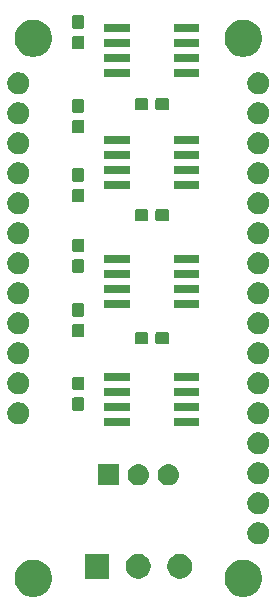
<source format=gbr>
G04 #@! TF.GenerationSoftware,KiCad,Pcbnew,5.0.2-bee76a0~70~ubuntu18.04.1*
G04 #@! TF.CreationDate,2019-09-12T15:25:54-07:00*
G04 #@! TF.ProjectId,potentiostat_featherwing,706f7465-6e74-4696-9f73-7461745f6665,rev?*
G04 #@! TF.SameCoordinates,Original*
G04 #@! TF.FileFunction,Soldermask,Top*
G04 #@! TF.FilePolarity,Negative*
%FSLAX46Y46*%
G04 Gerber Fmt 4.6, Leading zero omitted, Abs format (unit mm)*
G04 Created by KiCad (PCBNEW 5.0.2-bee76a0~70~ubuntu18.04.1) date Thu 12 Sep 2019 03:25:54 PM PDT*
%MOMM*%
%LPD*%
G01*
G04 APERTURE LIST*
%ADD10C,0.100000*%
G04 APERTURE END LIST*
D10*
G36*
X60149411Y-72145526D02*
X60268137Y-72194704D01*
X60436041Y-72264252D01*
X60694007Y-72436619D01*
X60913381Y-72655993D01*
X61085748Y-72913959D01*
X61204474Y-73200590D01*
X61265000Y-73504875D01*
X61265000Y-73815125D01*
X61204474Y-74119410D01*
X61085748Y-74406041D01*
X60913381Y-74664007D01*
X60694007Y-74883381D01*
X60436041Y-75055748D01*
X60268137Y-75125296D01*
X60149411Y-75174474D01*
X59845125Y-75235000D01*
X59534875Y-75235000D01*
X59230589Y-75174474D01*
X59111863Y-75125296D01*
X58943959Y-75055748D01*
X58685993Y-74883381D01*
X58466619Y-74664007D01*
X58294252Y-74406041D01*
X58175526Y-74119410D01*
X58115000Y-73815125D01*
X58115000Y-73504875D01*
X58175526Y-73200590D01*
X58294252Y-72913959D01*
X58466619Y-72655993D01*
X58685993Y-72436619D01*
X58943959Y-72264252D01*
X59111863Y-72194704D01*
X59230589Y-72145526D01*
X59534875Y-72085000D01*
X59845125Y-72085000D01*
X60149411Y-72145526D01*
X60149411Y-72145526D01*
G37*
G36*
X42369411Y-72145526D02*
X42488137Y-72194704D01*
X42656041Y-72264252D01*
X42914007Y-72436619D01*
X43133381Y-72655993D01*
X43305748Y-72913959D01*
X43424474Y-73200590D01*
X43485000Y-73504875D01*
X43485000Y-73815125D01*
X43424474Y-74119410D01*
X43305748Y-74406041D01*
X43133381Y-74664007D01*
X42914007Y-74883381D01*
X42656041Y-75055748D01*
X42488137Y-75125296D01*
X42369411Y-75174474D01*
X42065125Y-75235000D01*
X41754875Y-75235000D01*
X41450589Y-75174474D01*
X41331863Y-75125296D01*
X41163959Y-75055748D01*
X40905993Y-74883381D01*
X40686619Y-74664007D01*
X40514252Y-74406041D01*
X40395526Y-74119410D01*
X40335000Y-73815125D01*
X40335000Y-73504875D01*
X40395526Y-73200590D01*
X40514252Y-72913959D01*
X40686619Y-72655993D01*
X40905993Y-72436619D01*
X41163959Y-72264252D01*
X41331863Y-72194704D01*
X41450589Y-72145526D01*
X41754875Y-72085000D01*
X42065125Y-72085000D01*
X42369411Y-72145526D01*
X42369411Y-72145526D01*
G37*
G36*
X51106565Y-71633389D02*
X51297834Y-71712615D01*
X51469976Y-71827637D01*
X51616363Y-71974024D01*
X51731385Y-72146166D01*
X51810611Y-72337435D01*
X51851000Y-72540484D01*
X51851000Y-72747516D01*
X51810611Y-72950565D01*
X51731385Y-73141834D01*
X51616363Y-73313976D01*
X51469976Y-73460363D01*
X51297834Y-73575385D01*
X51106565Y-73654611D01*
X50903516Y-73695000D01*
X50696484Y-73695000D01*
X50493435Y-73654611D01*
X50302166Y-73575385D01*
X50130024Y-73460363D01*
X49983637Y-73313976D01*
X49868615Y-73141834D01*
X49789389Y-72950565D01*
X49749000Y-72747516D01*
X49749000Y-72540484D01*
X49789389Y-72337435D01*
X49868615Y-72146166D01*
X49983637Y-71974024D01*
X50130024Y-71827637D01*
X50302166Y-71712615D01*
X50493435Y-71633389D01*
X50696484Y-71593000D01*
X50903516Y-71593000D01*
X51106565Y-71633389D01*
X51106565Y-71633389D01*
G37*
G36*
X54606685Y-71633389D02*
X54797954Y-71712615D01*
X54970096Y-71827637D01*
X55116483Y-71974024D01*
X55231505Y-72146166D01*
X55310731Y-72337435D01*
X55351120Y-72540484D01*
X55351120Y-72747516D01*
X55310731Y-72950565D01*
X55231505Y-73141834D01*
X55116483Y-73313976D01*
X54970096Y-73460363D01*
X54797954Y-73575385D01*
X54606685Y-73654611D01*
X54403636Y-73695000D01*
X54196604Y-73695000D01*
X53993555Y-73654611D01*
X53802286Y-73575385D01*
X53630144Y-73460363D01*
X53483757Y-73313976D01*
X53368735Y-73141834D01*
X53289509Y-72950565D01*
X53249120Y-72747516D01*
X53249120Y-72540484D01*
X53289509Y-72337435D01*
X53368735Y-72146166D01*
X53483757Y-71974024D01*
X53630144Y-71827637D01*
X53802286Y-71712615D01*
X53993555Y-71633389D01*
X54196604Y-71593000D01*
X54403636Y-71593000D01*
X54606685Y-71633389D01*
X54606685Y-71633389D01*
G37*
G36*
X48350880Y-73695000D02*
X46248880Y-73695000D01*
X46248880Y-71593000D01*
X48350880Y-71593000D01*
X48350880Y-73695000D01*
X48350880Y-73695000D01*
G37*
G36*
X61234188Y-68946123D02*
X61405257Y-69016983D01*
X61559216Y-69119855D01*
X61690145Y-69250784D01*
X61793017Y-69404743D01*
X61863877Y-69575812D01*
X61900000Y-69757417D01*
X61900000Y-69942583D01*
X61863877Y-70124188D01*
X61793017Y-70295257D01*
X61690145Y-70449216D01*
X61559216Y-70580145D01*
X61405257Y-70683017D01*
X61234188Y-70753877D01*
X61052583Y-70790000D01*
X60867417Y-70790000D01*
X60685812Y-70753877D01*
X60514743Y-70683017D01*
X60360784Y-70580145D01*
X60229855Y-70449216D01*
X60126983Y-70295257D01*
X60056123Y-70124188D01*
X60020000Y-69942583D01*
X60020000Y-69757417D01*
X60056123Y-69575812D01*
X60126983Y-69404743D01*
X60229855Y-69250784D01*
X60360784Y-69119855D01*
X60514743Y-69016983D01*
X60685812Y-68946123D01*
X60867417Y-68910000D01*
X61052583Y-68910000D01*
X61234188Y-68946123D01*
X61234188Y-68946123D01*
G37*
G36*
X61234188Y-66406123D02*
X61405257Y-66476983D01*
X61559216Y-66579855D01*
X61690145Y-66710784D01*
X61793017Y-66864743D01*
X61863877Y-67035812D01*
X61900000Y-67217417D01*
X61900000Y-67402583D01*
X61863877Y-67584188D01*
X61793017Y-67755257D01*
X61690145Y-67909216D01*
X61559216Y-68040145D01*
X61405257Y-68143017D01*
X61234188Y-68213877D01*
X61052583Y-68250000D01*
X60867417Y-68250000D01*
X60685812Y-68213877D01*
X60514743Y-68143017D01*
X60360784Y-68040145D01*
X60229855Y-67909216D01*
X60126983Y-67755257D01*
X60056123Y-67584188D01*
X60020000Y-67402583D01*
X60020000Y-67217417D01*
X60056123Y-67035812D01*
X60126983Y-66864743D01*
X60229855Y-66710784D01*
X60360784Y-66579855D01*
X60514743Y-66476983D01*
X60685812Y-66406123D01*
X60867417Y-66370000D01*
X61052583Y-66370000D01*
X61234188Y-66406123D01*
X61234188Y-66406123D01*
G37*
G36*
X49161000Y-65798000D02*
X47359000Y-65798000D01*
X47359000Y-63996000D01*
X49161000Y-63996000D01*
X49161000Y-65798000D01*
X49161000Y-65798000D01*
G37*
G36*
X50910442Y-64002518D02*
X50976627Y-64009037D01*
X51089853Y-64043384D01*
X51146467Y-64060557D01*
X51285087Y-64134652D01*
X51302991Y-64144222D01*
X51335357Y-64170784D01*
X51440186Y-64256814D01*
X51523448Y-64358271D01*
X51552778Y-64394009D01*
X51552779Y-64394011D01*
X51636443Y-64550533D01*
X51636443Y-64550534D01*
X51687963Y-64720373D01*
X51705359Y-64897000D01*
X51687963Y-65073627D01*
X51653616Y-65186853D01*
X51636443Y-65243467D01*
X51569228Y-65369215D01*
X51552778Y-65399991D01*
X51523448Y-65435729D01*
X51440186Y-65537186D01*
X51338729Y-65620448D01*
X51302991Y-65649778D01*
X51302989Y-65649779D01*
X51146467Y-65733443D01*
X51089853Y-65750616D01*
X50976627Y-65784963D01*
X50910442Y-65791482D01*
X50844260Y-65798000D01*
X50755740Y-65798000D01*
X50689558Y-65791482D01*
X50623373Y-65784963D01*
X50510147Y-65750616D01*
X50453533Y-65733443D01*
X50297011Y-65649779D01*
X50297009Y-65649778D01*
X50261271Y-65620448D01*
X50159814Y-65537186D01*
X50076552Y-65435729D01*
X50047222Y-65399991D01*
X50030772Y-65369215D01*
X49963557Y-65243467D01*
X49946384Y-65186853D01*
X49912037Y-65073627D01*
X49894641Y-64897000D01*
X49912037Y-64720373D01*
X49963557Y-64550534D01*
X49963557Y-64550533D01*
X50047221Y-64394011D01*
X50047222Y-64394009D01*
X50076552Y-64358271D01*
X50159814Y-64256814D01*
X50264643Y-64170784D01*
X50297009Y-64144222D01*
X50314913Y-64134652D01*
X50453533Y-64060557D01*
X50510147Y-64043384D01*
X50623373Y-64009037D01*
X50689558Y-64002518D01*
X50755740Y-63996000D01*
X50844260Y-63996000D01*
X50910442Y-64002518D01*
X50910442Y-64002518D01*
G37*
G36*
X53450442Y-64002518D02*
X53516627Y-64009037D01*
X53629853Y-64043384D01*
X53686467Y-64060557D01*
X53825087Y-64134652D01*
X53842991Y-64144222D01*
X53875357Y-64170784D01*
X53980186Y-64256814D01*
X54063448Y-64358271D01*
X54092778Y-64394009D01*
X54092779Y-64394011D01*
X54176443Y-64550533D01*
X54176443Y-64550534D01*
X54227963Y-64720373D01*
X54245359Y-64897000D01*
X54227963Y-65073627D01*
X54193616Y-65186853D01*
X54176443Y-65243467D01*
X54109228Y-65369215D01*
X54092778Y-65399991D01*
X54063448Y-65435729D01*
X53980186Y-65537186D01*
X53878729Y-65620448D01*
X53842991Y-65649778D01*
X53842989Y-65649779D01*
X53686467Y-65733443D01*
X53629853Y-65750616D01*
X53516627Y-65784963D01*
X53450442Y-65791482D01*
X53384260Y-65798000D01*
X53295740Y-65798000D01*
X53229558Y-65791482D01*
X53163373Y-65784963D01*
X53050147Y-65750616D01*
X52993533Y-65733443D01*
X52837011Y-65649779D01*
X52837009Y-65649778D01*
X52801271Y-65620448D01*
X52699814Y-65537186D01*
X52616552Y-65435729D01*
X52587222Y-65399991D01*
X52570772Y-65369215D01*
X52503557Y-65243467D01*
X52486384Y-65186853D01*
X52452037Y-65073627D01*
X52434641Y-64897000D01*
X52452037Y-64720373D01*
X52503557Y-64550534D01*
X52503557Y-64550533D01*
X52587221Y-64394011D01*
X52587222Y-64394009D01*
X52616552Y-64358271D01*
X52699814Y-64256814D01*
X52804643Y-64170784D01*
X52837009Y-64144222D01*
X52854913Y-64134652D01*
X52993533Y-64060557D01*
X53050147Y-64043384D01*
X53163373Y-64009037D01*
X53229558Y-64002518D01*
X53295740Y-63996000D01*
X53384260Y-63996000D01*
X53450442Y-64002518D01*
X53450442Y-64002518D01*
G37*
G36*
X61234188Y-63866123D02*
X61405257Y-63936983D01*
X61559216Y-64039855D01*
X61690145Y-64170784D01*
X61793017Y-64324743D01*
X61863877Y-64495812D01*
X61900000Y-64677417D01*
X61900000Y-64862583D01*
X61863877Y-65044188D01*
X61793017Y-65215257D01*
X61690145Y-65369216D01*
X61559216Y-65500145D01*
X61405257Y-65603017D01*
X61234188Y-65673877D01*
X61052583Y-65710000D01*
X60867417Y-65710000D01*
X60685812Y-65673877D01*
X60514743Y-65603017D01*
X60360784Y-65500145D01*
X60229855Y-65369216D01*
X60126983Y-65215257D01*
X60056123Y-65044188D01*
X60020000Y-64862583D01*
X60020000Y-64677417D01*
X60056123Y-64495812D01*
X60126983Y-64324743D01*
X60229855Y-64170784D01*
X60360784Y-64039855D01*
X60514743Y-63936983D01*
X60685812Y-63866123D01*
X60867417Y-63830000D01*
X61052583Y-63830000D01*
X61234188Y-63866123D01*
X61234188Y-63866123D01*
G37*
G36*
X61234188Y-61326123D02*
X61405257Y-61396983D01*
X61559216Y-61499855D01*
X61690145Y-61630784D01*
X61793017Y-61784743D01*
X61863877Y-61955812D01*
X61900000Y-62137417D01*
X61900000Y-62322583D01*
X61863877Y-62504188D01*
X61793017Y-62675257D01*
X61690145Y-62829216D01*
X61559216Y-62960145D01*
X61405257Y-63063017D01*
X61234188Y-63133877D01*
X61052583Y-63170000D01*
X60867417Y-63170000D01*
X60685812Y-63133877D01*
X60514743Y-63063017D01*
X60360784Y-62960145D01*
X60229855Y-62829216D01*
X60126983Y-62675257D01*
X60056123Y-62504188D01*
X60020000Y-62322583D01*
X60020000Y-62137417D01*
X60056123Y-61955812D01*
X60126983Y-61784743D01*
X60229855Y-61630784D01*
X60360784Y-61499855D01*
X60514743Y-61396983D01*
X60685812Y-61326123D01*
X60867417Y-61290000D01*
X61052583Y-61290000D01*
X61234188Y-61326123D01*
X61234188Y-61326123D01*
G37*
G36*
X55977000Y-60803000D02*
X53817000Y-60803000D01*
X53817000Y-60101000D01*
X55977000Y-60101000D01*
X55977000Y-60803000D01*
X55977000Y-60803000D01*
G37*
G36*
X50069000Y-60803000D02*
X47909000Y-60803000D01*
X47909000Y-60101000D01*
X50069000Y-60101000D01*
X50069000Y-60803000D01*
X50069000Y-60803000D01*
G37*
G36*
X61234188Y-58786123D02*
X61405257Y-58856983D01*
X61559216Y-58959855D01*
X61690145Y-59090784D01*
X61793017Y-59244743D01*
X61863877Y-59415812D01*
X61900000Y-59597417D01*
X61900000Y-59782583D01*
X61863877Y-59964188D01*
X61793017Y-60135257D01*
X61690145Y-60289216D01*
X61559216Y-60420145D01*
X61405257Y-60523017D01*
X61234188Y-60593877D01*
X61052583Y-60630000D01*
X60867417Y-60630000D01*
X60685812Y-60593877D01*
X60514743Y-60523017D01*
X60360784Y-60420145D01*
X60229855Y-60289216D01*
X60126983Y-60135257D01*
X60056123Y-59964188D01*
X60020000Y-59782583D01*
X60020000Y-59597417D01*
X60056123Y-59415812D01*
X60126983Y-59244743D01*
X60229855Y-59090784D01*
X60360784Y-58959855D01*
X60514743Y-58856983D01*
X60685812Y-58786123D01*
X60867417Y-58750000D01*
X61052583Y-58750000D01*
X61234188Y-58786123D01*
X61234188Y-58786123D01*
G37*
G36*
X40914188Y-58786123D02*
X41085257Y-58856983D01*
X41239216Y-58959855D01*
X41370145Y-59090784D01*
X41473017Y-59244743D01*
X41543877Y-59415812D01*
X41580000Y-59597417D01*
X41580000Y-59782583D01*
X41543877Y-59964188D01*
X41473017Y-60135257D01*
X41370145Y-60289216D01*
X41239216Y-60420145D01*
X41085257Y-60523017D01*
X40914188Y-60593877D01*
X40732583Y-60630000D01*
X40547417Y-60630000D01*
X40365812Y-60593877D01*
X40194743Y-60523017D01*
X40040784Y-60420145D01*
X39909855Y-60289216D01*
X39806983Y-60135257D01*
X39736123Y-59964188D01*
X39700000Y-59782583D01*
X39700000Y-59597417D01*
X39736123Y-59415812D01*
X39806983Y-59244743D01*
X39909855Y-59090784D01*
X40040784Y-58959855D01*
X40194743Y-58856983D01*
X40365812Y-58786123D01*
X40547417Y-58750000D01*
X40732583Y-58750000D01*
X40914188Y-58786123D01*
X40914188Y-58786123D01*
G37*
G36*
X55977000Y-59533000D02*
X53817000Y-59533000D01*
X53817000Y-58831000D01*
X55977000Y-58831000D01*
X55977000Y-59533000D01*
X55977000Y-59533000D01*
G37*
G36*
X50069000Y-59533000D02*
X47909000Y-59533000D01*
X47909000Y-58831000D01*
X50069000Y-58831000D01*
X50069000Y-59533000D01*
X50069000Y-59533000D01*
G37*
G36*
X46084499Y-58342445D02*
X46121993Y-58353819D01*
X46156557Y-58372294D01*
X46186847Y-58397153D01*
X46211706Y-58427443D01*
X46230181Y-58462007D01*
X46241555Y-58499501D01*
X46246000Y-58544638D01*
X46246000Y-59283362D01*
X46241555Y-59328499D01*
X46230181Y-59365993D01*
X46211706Y-59400557D01*
X46186847Y-59430847D01*
X46156557Y-59455706D01*
X46121993Y-59474181D01*
X46084499Y-59485555D01*
X46039362Y-59490000D01*
X45400638Y-59490000D01*
X45355501Y-59485555D01*
X45318007Y-59474181D01*
X45283443Y-59455706D01*
X45253153Y-59430847D01*
X45228294Y-59400557D01*
X45209819Y-59365993D01*
X45198445Y-59328499D01*
X45194000Y-59283362D01*
X45194000Y-58544638D01*
X45198445Y-58499501D01*
X45209819Y-58462007D01*
X45228294Y-58427443D01*
X45253153Y-58397153D01*
X45283443Y-58372294D01*
X45318007Y-58353819D01*
X45355501Y-58342445D01*
X45400638Y-58338000D01*
X46039362Y-58338000D01*
X46084499Y-58342445D01*
X46084499Y-58342445D01*
G37*
G36*
X55977000Y-58263000D02*
X53817000Y-58263000D01*
X53817000Y-57561000D01*
X55977000Y-57561000D01*
X55977000Y-58263000D01*
X55977000Y-58263000D01*
G37*
G36*
X50069000Y-58263000D02*
X47909000Y-58263000D01*
X47909000Y-57561000D01*
X50069000Y-57561000D01*
X50069000Y-58263000D01*
X50069000Y-58263000D01*
G37*
G36*
X40914188Y-56246123D02*
X41085257Y-56316983D01*
X41239216Y-56419855D01*
X41370145Y-56550784D01*
X41473017Y-56704743D01*
X41543877Y-56875812D01*
X41580000Y-57057417D01*
X41580000Y-57242583D01*
X41543877Y-57424188D01*
X41473017Y-57595257D01*
X41370145Y-57749216D01*
X41239216Y-57880145D01*
X41085257Y-57983017D01*
X40914188Y-58053877D01*
X40732583Y-58090000D01*
X40547417Y-58090000D01*
X40365812Y-58053877D01*
X40194743Y-57983017D01*
X40040784Y-57880145D01*
X39909855Y-57749216D01*
X39806983Y-57595257D01*
X39736123Y-57424188D01*
X39700000Y-57242583D01*
X39700000Y-57057417D01*
X39736123Y-56875812D01*
X39806983Y-56704743D01*
X39909855Y-56550784D01*
X40040784Y-56419855D01*
X40194743Y-56316983D01*
X40365812Y-56246123D01*
X40547417Y-56210000D01*
X40732583Y-56210000D01*
X40914188Y-56246123D01*
X40914188Y-56246123D01*
G37*
G36*
X61234188Y-56246123D02*
X61405257Y-56316983D01*
X61559216Y-56419855D01*
X61690145Y-56550784D01*
X61793017Y-56704743D01*
X61863877Y-56875812D01*
X61900000Y-57057417D01*
X61900000Y-57242583D01*
X61863877Y-57424188D01*
X61793017Y-57595257D01*
X61690145Y-57749216D01*
X61559216Y-57880145D01*
X61405257Y-57983017D01*
X61234188Y-58053877D01*
X61052583Y-58090000D01*
X60867417Y-58090000D01*
X60685812Y-58053877D01*
X60514743Y-57983017D01*
X60360784Y-57880145D01*
X60229855Y-57749216D01*
X60126983Y-57595257D01*
X60056123Y-57424188D01*
X60020000Y-57242583D01*
X60020000Y-57057417D01*
X60056123Y-56875812D01*
X60126983Y-56704743D01*
X60229855Y-56550784D01*
X60360784Y-56419855D01*
X60514743Y-56316983D01*
X60685812Y-56246123D01*
X60867417Y-56210000D01*
X61052583Y-56210000D01*
X61234188Y-56246123D01*
X61234188Y-56246123D01*
G37*
G36*
X46084499Y-56592445D02*
X46121993Y-56603819D01*
X46156557Y-56622294D01*
X46186847Y-56647153D01*
X46211706Y-56677443D01*
X46230181Y-56712007D01*
X46241555Y-56749501D01*
X46246000Y-56794638D01*
X46246000Y-57533362D01*
X46241555Y-57578499D01*
X46230181Y-57615993D01*
X46211706Y-57650557D01*
X46186847Y-57680847D01*
X46156557Y-57705706D01*
X46121993Y-57724181D01*
X46084499Y-57735555D01*
X46039362Y-57740000D01*
X45400638Y-57740000D01*
X45355501Y-57735555D01*
X45318007Y-57724181D01*
X45283443Y-57705706D01*
X45253153Y-57680847D01*
X45228294Y-57650557D01*
X45209819Y-57615993D01*
X45198445Y-57578499D01*
X45194000Y-57533362D01*
X45194000Y-56794638D01*
X45198445Y-56749501D01*
X45209819Y-56712007D01*
X45228294Y-56677443D01*
X45253153Y-56647153D01*
X45283443Y-56622294D01*
X45318007Y-56603819D01*
X45355501Y-56592445D01*
X45400638Y-56588000D01*
X46039362Y-56588000D01*
X46084499Y-56592445D01*
X46084499Y-56592445D01*
G37*
G36*
X55977000Y-56993000D02*
X53817000Y-56993000D01*
X53817000Y-56291000D01*
X55977000Y-56291000D01*
X55977000Y-56993000D01*
X55977000Y-56993000D01*
G37*
G36*
X50069000Y-56993000D02*
X47909000Y-56993000D01*
X47909000Y-56291000D01*
X50069000Y-56291000D01*
X50069000Y-56993000D01*
X50069000Y-56993000D01*
G37*
G36*
X40914188Y-53706123D02*
X41085257Y-53776983D01*
X41239216Y-53879855D01*
X41370145Y-54010784D01*
X41473017Y-54164743D01*
X41543877Y-54335812D01*
X41580000Y-54517417D01*
X41580000Y-54702583D01*
X41543877Y-54884188D01*
X41473017Y-55055257D01*
X41370145Y-55209216D01*
X41239216Y-55340145D01*
X41085257Y-55443017D01*
X40914188Y-55513877D01*
X40732583Y-55550000D01*
X40547417Y-55550000D01*
X40365812Y-55513877D01*
X40194743Y-55443017D01*
X40040784Y-55340145D01*
X39909855Y-55209216D01*
X39806983Y-55055257D01*
X39736123Y-54884188D01*
X39700000Y-54702583D01*
X39700000Y-54517417D01*
X39736123Y-54335812D01*
X39806983Y-54164743D01*
X39909855Y-54010784D01*
X40040784Y-53879855D01*
X40194743Y-53776983D01*
X40365812Y-53706123D01*
X40547417Y-53670000D01*
X40732583Y-53670000D01*
X40914188Y-53706123D01*
X40914188Y-53706123D01*
G37*
G36*
X61234188Y-53706123D02*
X61405257Y-53776983D01*
X61559216Y-53879855D01*
X61690145Y-54010784D01*
X61793017Y-54164743D01*
X61863877Y-54335812D01*
X61900000Y-54517417D01*
X61900000Y-54702583D01*
X61863877Y-54884188D01*
X61793017Y-55055257D01*
X61690145Y-55209216D01*
X61559216Y-55340145D01*
X61405257Y-55443017D01*
X61234188Y-55513877D01*
X61052583Y-55550000D01*
X60867417Y-55550000D01*
X60685812Y-55513877D01*
X60514743Y-55443017D01*
X60360784Y-55340145D01*
X60229855Y-55209216D01*
X60126983Y-55055257D01*
X60056123Y-54884188D01*
X60020000Y-54702583D01*
X60020000Y-54517417D01*
X60056123Y-54335812D01*
X60126983Y-54164743D01*
X60229855Y-54010784D01*
X60360784Y-53879855D01*
X60514743Y-53776983D01*
X60685812Y-53706123D01*
X60867417Y-53670000D01*
X61052583Y-53670000D01*
X61234188Y-53706123D01*
X61234188Y-53706123D01*
G37*
G36*
X51482499Y-52818445D02*
X51519993Y-52829819D01*
X51554557Y-52848294D01*
X51584847Y-52873153D01*
X51609706Y-52903443D01*
X51628181Y-52938007D01*
X51639555Y-52975501D01*
X51644000Y-53020638D01*
X51644000Y-53659362D01*
X51639555Y-53704499D01*
X51628181Y-53741993D01*
X51609706Y-53776557D01*
X51584847Y-53806847D01*
X51554557Y-53831706D01*
X51519993Y-53850181D01*
X51482499Y-53861555D01*
X51437362Y-53866000D01*
X50698638Y-53866000D01*
X50653501Y-53861555D01*
X50616007Y-53850181D01*
X50581443Y-53831706D01*
X50551153Y-53806847D01*
X50526294Y-53776557D01*
X50507819Y-53741993D01*
X50496445Y-53704499D01*
X50492000Y-53659362D01*
X50492000Y-53020638D01*
X50496445Y-52975501D01*
X50507819Y-52938007D01*
X50526294Y-52903443D01*
X50551153Y-52873153D01*
X50581443Y-52848294D01*
X50616007Y-52829819D01*
X50653501Y-52818445D01*
X50698638Y-52814000D01*
X51437362Y-52814000D01*
X51482499Y-52818445D01*
X51482499Y-52818445D01*
G37*
G36*
X53232499Y-52818445D02*
X53269993Y-52829819D01*
X53304557Y-52848294D01*
X53334847Y-52873153D01*
X53359706Y-52903443D01*
X53378181Y-52938007D01*
X53389555Y-52975501D01*
X53394000Y-53020638D01*
X53394000Y-53659362D01*
X53389555Y-53704499D01*
X53378181Y-53741993D01*
X53359706Y-53776557D01*
X53334847Y-53806847D01*
X53304557Y-53831706D01*
X53269993Y-53850181D01*
X53232499Y-53861555D01*
X53187362Y-53866000D01*
X52448638Y-53866000D01*
X52403501Y-53861555D01*
X52366007Y-53850181D01*
X52331443Y-53831706D01*
X52301153Y-53806847D01*
X52276294Y-53776557D01*
X52257819Y-53741993D01*
X52246445Y-53704499D01*
X52242000Y-53659362D01*
X52242000Y-53020638D01*
X52246445Y-52975501D01*
X52257819Y-52938007D01*
X52276294Y-52903443D01*
X52301153Y-52873153D01*
X52331443Y-52848294D01*
X52366007Y-52829819D01*
X52403501Y-52818445D01*
X52448638Y-52814000D01*
X53187362Y-52814000D01*
X53232499Y-52818445D01*
X53232499Y-52818445D01*
G37*
G36*
X46084499Y-52119445D02*
X46121993Y-52130819D01*
X46156557Y-52149294D01*
X46186847Y-52174153D01*
X46211706Y-52204443D01*
X46230181Y-52239007D01*
X46241555Y-52276501D01*
X46246000Y-52321638D01*
X46246000Y-53060362D01*
X46241555Y-53105499D01*
X46230181Y-53142993D01*
X46211706Y-53177557D01*
X46186847Y-53207847D01*
X46156557Y-53232706D01*
X46121993Y-53251181D01*
X46084499Y-53262555D01*
X46039362Y-53267000D01*
X45400638Y-53267000D01*
X45355501Y-53262555D01*
X45318007Y-53251181D01*
X45283443Y-53232706D01*
X45253153Y-53207847D01*
X45228294Y-53177557D01*
X45209819Y-53142993D01*
X45198445Y-53105499D01*
X45194000Y-53060362D01*
X45194000Y-52321638D01*
X45198445Y-52276501D01*
X45209819Y-52239007D01*
X45228294Y-52204443D01*
X45253153Y-52174153D01*
X45283443Y-52149294D01*
X45318007Y-52130819D01*
X45355501Y-52119445D01*
X45400638Y-52115000D01*
X46039362Y-52115000D01*
X46084499Y-52119445D01*
X46084499Y-52119445D01*
G37*
G36*
X40914188Y-51166123D02*
X41085257Y-51236983D01*
X41239216Y-51339855D01*
X41370145Y-51470784D01*
X41473017Y-51624743D01*
X41543877Y-51795812D01*
X41580000Y-51977417D01*
X41580000Y-52162583D01*
X41543877Y-52344188D01*
X41473017Y-52515257D01*
X41370145Y-52669216D01*
X41239216Y-52800145D01*
X41085257Y-52903017D01*
X40914188Y-52973877D01*
X40732583Y-53010000D01*
X40547417Y-53010000D01*
X40365812Y-52973877D01*
X40194743Y-52903017D01*
X40040784Y-52800145D01*
X39909855Y-52669216D01*
X39806983Y-52515257D01*
X39736123Y-52344188D01*
X39700000Y-52162583D01*
X39700000Y-51977417D01*
X39736123Y-51795812D01*
X39806983Y-51624743D01*
X39909855Y-51470784D01*
X40040784Y-51339855D01*
X40194743Y-51236983D01*
X40365812Y-51166123D01*
X40547417Y-51130000D01*
X40732583Y-51130000D01*
X40914188Y-51166123D01*
X40914188Y-51166123D01*
G37*
G36*
X61234188Y-51166123D02*
X61405257Y-51236983D01*
X61559216Y-51339855D01*
X61690145Y-51470784D01*
X61793017Y-51624743D01*
X61863877Y-51795812D01*
X61900000Y-51977417D01*
X61900000Y-52162583D01*
X61863877Y-52344188D01*
X61793017Y-52515257D01*
X61690145Y-52669216D01*
X61559216Y-52800145D01*
X61405257Y-52903017D01*
X61234188Y-52973877D01*
X61052583Y-53010000D01*
X60867417Y-53010000D01*
X60685812Y-52973877D01*
X60514743Y-52903017D01*
X60360784Y-52800145D01*
X60229855Y-52669216D01*
X60126983Y-52515257D01*
X60056123Y-52344188D01*
X60020000Y-52162583D01*
X60020000Y-51977417D01*
X60056123Y-51795812D01*
X60126983Y-51624743D01*
X60229855Y-51470784D01*
X60360784Y-51339855D01*
X60514743Y-51236983D01*
X60685812Y-51166123D01*
X60867417Y-51130000D01*
X61052583Y-51130000D01*
X61234188Y-51166123D01*
X61234188Y-51166123D01*
G37*
G36*
X46084499Y-50369445D02*
X46121993Y-50380819D01*
X46156557Y-50399294D01*
X46186847Y-50424153D01*
X46211706Y-50454443D01*
X46230181Y-50489007D01*
X46241555Y-50526501D01*
X46246000Y-50571638D01*
X46246000Y-51310362D01*
X46241555Y-51355499D01*
X46230181Y-51392993D01*
X46211706Y-51427557D01*
X46186847Y-51457847D01*
X46156557Y-51482706D01*
X46121993Y-51501181D01*
X46084499Y-51512555D01*
X46039362Y-51517000D01*
X45400638Y-51517000D01*
X45355501Y-51512555D01*
X45318007Y-51501181D01*
X45283443Y-51482706D01*
X45253153Y-51457847D01*
X45228294Y-51427557D01*
X45209819Y-51392993D01*
X45198445Y-51355499D01*
X45194000Y-51310362D01*
X45194000Y-50571638D01*
X45198445Y-50526501D01*
X45209819Y-50489007D01*
X45228294Y-50454443D01*
X45253153Y-50424153D01*
X45283443Y-50399294D01*
X45318007Y-50380819D01*
X45355501Y-50369445D01*
X45400638Y-50365000D01*
X46039362Y-50365000D01*
X46084499Y-50369445D01*
X46084499Y-50369445D01*
G37*
G36*
X55977000Y-50770000D02*
X53817000Y-50770000D01*
X53817000Y-50068000D01*
X55977000Y-50068000D01*
X55977000Y-50770000D01*
X55977000Y-50770000D01*
G37*
G36*
X50069000Y-50770000D02*
X47909000Y-50770000D01*
X47909000Y-50068000D01*
X50069000Y-50068000D01*
X50069000Y-50770000D01*
X50069000Y-50770000D01*
G37*
G36*
X40914188Y-48626123D02*
X41085257Y-48696983D01*
X41239216Y-48799855D01*
X41370145Y-48930784D01*
X41473017Y-49084743D01*
X41543877Y-49255812D01*
X41580000Y-49437417D01*
X41580000Y-49622583D01*
X41543877Y-49804188D01*
X41473017Y-49975257D01*
X41370145Y-50129216D01*
X41239216Y-50260145D01*
X41085257Y-50363017D01*
X40914188Y-50433877D01*
X40732583Y-50470000D01*
X40547417Y-50470000D01*
X40365812Y-50433877D01*
X40194743Y-50363017D01*
X40040784Y-50260145D01*
X39909855Y-50129216D01*
X39806983Y-49975257D01*
X39736123Y-49804188D01*
X39700000Y-49622583D01*
X39700000Y-49437417D01*
X39736123Y-49255812D01*
X39806983Y-49084743D01*
X39909855Y-48930784D01*
X40040784Y-48799855D01*
X40194743Y-48696983D01*
X40365812Y-48626123D01*
X40547417Y-48590000D01*
X40732583Y-48590000D01*
X40914188Y-48626123D01*
X40914188Y-48626123D01*
G37*
G36*
X61234188Y-48626123D02*
X61405257Y-48696983D01*
X61559216Y-48799855D01*
X61690145Y-48930784D01*
X61793017Y-49084743D01*
X61863877Y-49255812D01*
X61900000Y-49437417D01*
X61900000Y-49622583D01*
X61863877Y-49804188D01*
X61793017Y-49975257D01*
X61690145Y-50129216D01*
X61559216Y-50260145D01*
X61405257Y-50363017D01*
X61234188Y-50433877D01*
X61052583Y-50470000D01*
X60867417Y-50470000D01*
X60685812Y-50433877D01*
X60514743Y-50363017D01*
X60360784Y-50260145D01*
X60229855Y-50129216D01*
X60126983Y-49975257D01*
X60056123Y-49804188D01*
X60020000Y-49622583D01*
X60020000Y-49437417D01*
X60056123Y-49255812D01*
X60126983Y-49084743D01*
X60229855Y-48930784D01*
X60360784Y-48799855D01*
X60514743Y-48696983D01*
X60685812Y-48626123D01*
X60867417Y-48590000D01*
X61052583Y-48590000D01*
X61234188Y-48626123D01*
X61234188Y-48626123D01*
G37*
G36*
X55977000Y-49500000D02*
X53817000Y-49500000D01*
X53817000Y-48798000D01*
X55977000Y-48798000D01*
X55977000Y-49500000D01*
X55977000Y-49500000D01*
G37*
G36*
X50069000Y-49500000D02*
X47909000Y-49500000D01*
X47909000Y-48798000D01*
X50069000Y-48798000D01*
X50069000Y-49500000D01*
X50069000Y-49500000D01*
G37*
G36*
X50069000Y-48230000D02*
X47909000Y-48230000D01*
X47909000Y-47528000D01*
X50069000Y-47528000D01*
X50069000Y-48230000D01*
X50069000Y-48230000D01*
G37*
G36*
X55977000Y-48230000D02*
X53817000Y-48230000D01*
X53817000Y-47528000D01*
X55977000Y-47528000D01*
X55977000Y-48230000D01*
X55977000Y-48230000D01*
G37*
G36*
X40914188Y-46086123D02*
X41085257Y-46156983D01*
X41239216Y-46259855D01*
X41370145Y-46390784D01*
X41473017Y-46544743D01*
X41543877Y-46715812D01*
X41580000Y-46897417D01*
X41580000Y-47082583D01*
X41543877Y-47264188D01*
X41473017Y-47435257D01*
X41370145Y-47589216D01*
X41239216Y-47720145D01*
X41085257Y-47823017D01*
X40914188Y-47893877D01*
X40732583Y-47930000D01*
X40547417Y-47930000D01*
X40365812Y-47893877D01*
X40194743Y-47823017D01*
X40040784Y-47720145D01*
X39909855Y-47589216D01*
X39806983Y-47435257D01*
X39736123Y-47264188D01*
X39700000Y-47082583D01*
X39700000Y-46897417D01*
X39736123Y-46715812D01*
X39806983Y-46544743D01*
X39909855Y-46390784D01*
X40040784Y-46259855D01*
X40194743Y-46156983D01*
X40365812Y-46086123D01*
X40547417Y-46050000D01*
X40732583Y-46050000D01*
X40914188Y-46086123D01*
X40914188Y-46086123D01*
G37*
G36*
X61234188Y-46086123D02*
X61405257Y-46156983D01*
X61559216Y-46259855D01*
X61690145Y-46390784D01*
X61793017Y-46544743D01*
X61863877Y-46715812D01*
X61900000Y-46897417D01*
X61900000Y-47082583D01*
X61863877Y-47264188D01*
X61793017Y-47435257D01*
X61690145Y-47589216D01*
X61559216Y-47720145D01*
X61405257Y-47823017D01*
X61234188Y-47893877D01*
X61052583Y-47930000D01*
X60867417Y-47930000D01*
X60685812Y-47893877D01*
X60514743Y-47823017D01*
X60360784Y-47720145D01*
X60229855Y-47589216D01*
X60126983Y-47435257D01*
X60056123Y-47264188D01*
X60020000Y-47082583D01*
X60020000Y-46897417D01*
X60056123Y-46715812D01*
X60126983Y-46544743D01*
X60229855Y-46390784D01*
X60360784Y-46259855D01*
X60514743Y-46156983D01*
X60685812Y-46086123D01*
X60867417Y-46050000D01*
X61052583Y-46050000D01*
X61234188Y-46086123D01*
X61234188Y-46086123D01*
G37*
G36*
X46084499Y-46658445D02*
X46121993Y-46669819D01*
X46156557Y-46688294D01*
X46186847Y-46713153D01*
X46211706Y-46743443D01*
X46230181Y-46778007D01*
X46241555Y-46815501D01*
X46246000Y-46860638D01*
X46246000Y-47599362D01*
X46241555Y-47644499D01*
X46230181Y-47681993D01*
X46211706Y-47716557D01*
X46186847Y-47746847D01*
X46156557Y-47771706D01*
X46121993Y-47790181D01*
X46084499Y-47801555D01*
X46039362Y-47806000D01*
X45400638Y-47806000D01*
X45355501Y-47801555D01*
X45318007Y-47790181D01*
X45283443Y-47771706D01*
X45253153Y-47746847D01*
X45228294Y-47716557D01*
X45209819Y-47681993D01*
X45198445Y-47644499D01*
X45194000Y-47599362D01*
X45194000Y-46860638D01*
X45198445Y-46815501D01*
X45209819Y-46778007D01*
X45228294Y-46743443D01*
X45253153Y-46713153D01*
X45283443Y-46688294D01*
X45318007Y-46669819D01*
X45355501Y-46658445D01*
X45400638Y-46654000D01*
X46039362Y-46654000D01*
X46084499Y-46658445D01*
X46084499Y-46658445D01*
G37*
G36*
X50069000Y-46960000D02*
X47909000Y-46960000D01*
X47909000Y-46258000D01*
X50069000Y-46258000D01*
X50069000Y-46960000D01*
X50069000Y-46960000D01*
G37*
G36*
X55977000Y-46960000D02*
X53817000Y-46960000D01*
X53817000Y-46258000D01*
X55977000Y-46258000D01*
X55977000Y-46960000D01*
X55977000Y-46960000D01*
G37*
G36*
X46084499Y-44908445D02*
X46121993Y-44919819D01*
X46156557Y-44938294D01*
X46186847Y-44963153D01*
X46211706Y-44993443D01*
X46230181Y-45028007D01*
X46241555Y-45065501D01*
X46246000Y-45110638D01*
X46246000Y-45849362D01*
X46241555Y-45894499D01*
X46230181Y-45931993D01*
X46211706Y-45966557D01*
X46186847Y-45996847D01*
X46156557Y-46021706D01*
X46121993Y-46040181D01*
X46084499Y-46051555D01*
X46039362Y-46056000D01*
X45400638Y-46056000D01*
X45355501Y-46051555D01*
X45318007Y-46040181D01*
X45283443Y-46021706D01*
X45253153Y-45996847D01*
X45228294Y-45966557D01*
X45209819Y-45931993D01*
X45198445Y-45894499D01*
X45194000Y-45849362D01*
X45194000Y-45110638D01*
X45198445Y-45065501D01*
X45209819Y-45028007D01*
X45228294Y-44993443D01*
X45253153Y-44963153D01*
X45283443Y-44938294D01*
X45318007Y-44919819D01*
X45355501Y-44908445D01*
X45400638Y-44904000D01*
X46039362Y-44904000D01*
X46084499Y-44908445D01*
X46084499Y-44908445D01*
G37*
G36*
X61234188Y-43546123D02*
X61405257Y-43616983D01*
X61559216Y-43719855D01*
X61690145Y-43850784D01*
X61793017Y-44004743D01*
X61863877Y-44175812D01*
X61900000Y-44357417D01*
X61900000Y-44542583D01*
X61863877Y-44724188D01*
X61793017Y-44895257D01*
X61690145Y-45049216D01*
X61559216Y-45180145D01*
X61405257Y-45283017D01*
X61234188Y-45353877D01*
X61052583Y-45390000D01*
X60867417Y-45390000D01*
X60685812Y-45353877D01*
X60514743Y-45283017D01*
X60360784Y-45180145D01*
X60229855Y-45049216D01*
X60126983Y-44895257D01*
X60056123Y-44724188D01*
X60020000Y-44542583D01*
X60020000Y-44357417D01*
X60056123Y-44175812D01*
X60126983Y-44004743D01*
X60229855Y-43850784D01*
X60360784Y-43719855D01*
X60514743Y-43616983D01*
X60685812Y-43546123D01*
X60867417Y-43510000D01*
X61052583Y-43510000D01*
X61234188Y-43546123D01*
X61234188Y-43546123D01*
G37*
G36*
X40914188Y-43546123D02*
X41085257Y-43616983D01*
X41239216Y-43719855D01*
X41370145Y-43850784D01*
X41473017Y-44004743D01*
X41543877Y-44175812D01*
X41580000Y-44357417D01*
X41580000Y-44542583D01*
X41543877Y-44724188D01*
X41473017Y-44895257D01*
X41370145Y-45049216D01*
X41239216Y-45180145D01*
X41085257Y-45283017D01*
X40914188Y-45353877D01*
X40732583Y-45390000D01*
X40547417Y-45390000D01*
X40365812Y-45353877D01*
X40194743Y-45283017D01*
X40040784Y-45180145D01*
X39909855Y-45049216D01*
X39806983Y-44895257D01*
X39736123Y-44724188D01*
X39700000Y-44542583D01*
X39700000Y-44357417D01*
X39736123Y-44175812D01*
X39806983Y-44004743D01*
X39909855Y-43850784D01*
X40040784Y-43719855D01*
X40194743Y-43616983D01*
X40365812Y-43546123D01*
X40547417Y-43510000D01*
X40732583Y-43510000D01*
X40914188Y-43546123D01*
X40914188Y-43546123D01*
G37*
G36*
X53232499Y-42404445D02*
X53269993Y-42415819D01*
X53304557Y-42434294D01*
X53334847Y-42459153D01*
X53359706Y-42489443D01*
X53378181Y-42524007D01*
X53389555Y-42561501D01*
X53394000Y-42606638D01*
X53394000Y-43245362D01*
X53389555Y-43290499D01*
X53378181Y-43327993D01*
X53359706Y-43362557D01*
X53334847Y-43392847D01*
X53304557Y-43417706D01*
X53269993Y-43436181D01*
X53232499Y-43447555D01*
X53187362Y-43452000D01*
X52448638Y-43452000D01*
X52403501Y-43447555D01*
X52366007Y-43436181D01*
X52331443Y-43417706D01*
X52301153Y-43392847D01*
X52276294Y-43362557D01*
X52257819Y-43327993D01*
X52246445Y-43290499D01*
X52242000Y-43245362D01*
X52242000Y-42606638D01*
X52246445Y-42561501D01*
X52257819Y-42524007D01*
X52276294Y-42489443D01*
X52301153Y-42459153D01*
X52331443Y-42434294D01*
X52366007Y-42415819D01*
X52403501Y-42404445D01*
X52448638Y-42400000D01*
X53187362Y-42400000D01*
X53232499Y-42404445D01*
X53232499Y-42404445D01*
G37*
G36*
X51482499Y-42404445D02*
X51519993Y-42415819D01*
X51554557Y-42434294D01*
X51584847Y-42459153D01*
X51609706Y-42489443D01*
X51628181Y-42524007D01*
X51639555Y-42561501D01*
X51644000Y-42606638D01*
X51644000Y-43245362D01*
X51639555Y-43290499D01*
X51628181Y-43327993D01*
X51609706Y-43362557D01*
X51584847Y-43392847D01*
X51554557Y-43417706D01*
X51519993Y-43436181D01*
X51482499Y-43447555D01*
X51437362Y-43452000D01*
X50698638Y-43452000D01*
X50653501Y-43447555D01*
X50616007Y-43436181D01*
X50581443Y-43417706D01*
X50551153Y-43392847D01*
X50526294Y-43362557D01*
X50507819Y-43327993D01*
X50496445Y-43290499D01*
X50492000Y-43245362D01*
X50492000Y-42606638D01*
X50496445Y-42561501D01*
X50507819Y-42524007D01*
X50526294Y-42489443D01*
X50551153Y-42459153D01*
X50581443Y-42434294D01*
X50616007Y-42415819D01*
X50653501Y-42404445D01*
X50698638Y-42400000D01*
X51437362Y-42400000D01*
X51482499Y-42404445D01*
X51482499Y-42404445D01*
G37*
G36*
X40914188Y-41006123D02*
X41085257Y-41076983D01*
X41239216Y-41179855D01*
X41370145Y-41310784D01*
X41473017Y-41464743D01*
X41543877Y-41635812D01*
X41580000Y-41817417D01*
X41580000Y-42002583D01*
X41543877Y-42184188D01*
X41473017Y-42355257D01*
X41370145Y-42509216D01*
X41239216Y-42640145D01*
X41085257Y-42743017D01*
X40914188Y-42813877D01*
X40732583Y-42850000D01*
X40547417Y-42850000D01*
X40365812Y-42813877D01*
X40194743Y-42743017D01*
X40040784Y-42640145D01*
X39909855Y-42509216D01*
X39806983Y-42355257D01*
X39736123Y-42184188D01*
X39700000Y-42002583D01*
X39700000Y-41817417D01*
X39736123Y-41635812D01*
X39806983Y-41464743D01*
X39909855Y-41310784D01*
X40040784Y-41179855D01*
X40194743Y-41076983D01*
X40365812Y-41006123D01*
X40547417Y-40970000D01*
X40732583Y-40970000D01*
X40914188Y-41006123D01*
X40914188Y-41006123D01*
G37*
G36*
X61234188Y-41006123D02*
X61405257Y-41076983D01*
X61559216Y-41179855D01*
X61690145Y-41310784D01*
X61793017Y-41464743D01*
X61863877Y-41635812D01*
X61900000Y-41817417D01*
X61900000Y-42002583D01*
X61863877Y-42184188D01*
X61793017Y-42355257D01*
X61690145Y-42509216D01*
X61559216Y-42640145D01*
X61405257Y-42743017D01*
X61234188Y-42813877D01*
X61052583Y-42850000D01*
X60867417Y-42850000D01*
X60685812Y-42813877D01*
X60514743Y-42743017D01*
X60360784Y-42640145D01*
X60229855Y-42509216D01*
X60126983Y-42355257D01*
X60056123Y-42184188D01*
X60020000Y-42002583D01*
X60020000Y-41817417D01*
X60056123Y-41635812D01*
X60126983Y-41464743D01*
X60229855Y-41310784D01*
X60360784Y-41179855D01*
X60514743Y-41076983D01*
X60685812Y-41006123D01*
X60867417Y-40970000D01*
X61052583Y-40970000D01*
X61234188Y-41006123D01*
X61234188Y-41006123D01*
G37*
G36*
X46084499Y-40689445D02*
X46121993Y-40700819D01*
X46156557Y-40719294D01*
X46186847Y-40744153D01*
X46211706Y-40774443D01*
X46230181Y-40809007D01*
X46241555Y-40846501D01*
X46246000Y-40891638D01*
X46246000Y-41630362D01*
X46241555Y-41675499D01*
X46230181Y-41712993D01*
X46211706Y-41747557D01*
X46186847Y-41777847D01*
X46156557Y-41802706D01*
X46121993Y-41821181D01*
X46084499Y-41832555D01*
X46039362Y-41837000D01*
X45400638Y-41837000D01*
X45355501Y-41832555D01*
X45318007Y-41821181D01*
X45283443Y-41802706D01*
X45253153Y-41777847D01*
X45228294Y-41747557D01*
X45209819Y-41712993D01*
X45198445Y-41675499D01*
X45194000Y-41630362D01*
X45194000Y-40891638D01*
X45198445Y-40846501D01*
X45209819Y-40809007D01*
X45228294Y-40774443D01*
X45253153Y-40744153D01*
X45283443Y-40719294D01*
X45318007Y-40700819D01*
X45355501Y-40689445D01*
X45400638Y-40685000D01*
X46039362Y-40685000D01*
X46084499Y-40689445D01*
X46084499Y-40689445D01*
G37*
G36*
X55977000Y-40737000D02*
X53817000Y-40737000D01*
X53817000Y-40035000D01*
X55977000Y-40035000D01*
X55977000Y-40737000D01*
X55977000Y-40737000D01*
G37*
G36*
X50069000Y-40737000D02*
X47909000Y-40737000D01*
X47909000Y-40035000D01*
X50069000Y-40035000D01*
X50069000Y-40737000D01*
X50069000Y-40737000D01*
G37*
G36*
X40914188Y-38466123D02*
X41085257Y-38536983D01*
X41239216Y-38639855D01*
X41370145Y-38770784D01*
X41473017Y-38924743D01*
X41543877Y-39095812D01*
X41580000Y-39277417D01*
X41580000Y-39462583D01*
X41543877Y-39644188D01*
X41473017Y-39815257D01*
X41370145Y-39969216D01*
X41239216Y-40100145D01*
X41085257Y-40203017D01*
X40914188Y-40273877D01*
X40732583Y-40310000D01*
X40547417Y-40310000D01*
X40365812Y-40273877D01*
X40194743Y-40203017D01*
X40040784Y-40100145D01*
X39909855Y-39969216D01*
X39806983Y-39815257D01*
X39736123Y-39644188D01*
X39700000Y-39462583D01*
X39700000Y-39277417D01*
X39736123Y-39095812D01*
X39806983Y-38924743D01*
X39909855Y-38770784D01*
X40040784Y-38639855D01*
X40194743Y-38536983D01*
X40365812Y-38466123D01*
X40547417Y-38430000D01*
X40732583Y-38430000D01*
X40914188Y-38466123D01*
X40914188Y-38466123D01*
G37*
G36*
X61234188Y-38466123D02*
X61405257Y-38536983D01*
X61559216Y-38639855D01*
X61690145Y-38770784D01*
X61793017Y-38924743D01*
X61863877Y-39095812D01*
X61900000Y-39277417D01*
X61900000Y-39462583D01*
X61863877Y-39644188D01*
X61793017Y-39815257D01*
X61690145Y-39969216D01*
X61559216Y-40100145D01*
X61405257Y-40203017D01*
X61234188Y-40273877D01*
X61052583Y-40310000D01*
X60867417Y-40310000D01*
X60685812Y-40273877D01*
X60514743Y-40203017D01*
X60360784Y-40100145D01*
X60229855Y-39969216D01*
X60126983Y-39815257D01*
X60056123Y-39644188D01*
X60020000Y-39462583D01*
X60020000Y-39277417D01*
X60056123Y-39095812D01*
X60126983Y-38924743D01*
X60229855Y-38770784D01*
X60360784Y-38639855D01*
X60514743Y-38536983D01*
X60685812Y-38466123D01*
X60867417Y-38430000D01*
X61052583Y-38430000D01*
X61234188Y-38466123D01*
X61234188Y-38466123D01*
G37*
G36*
X46084499Y-38939445D02*
X46121993Y-38950819D01*
X46156557Y-38969294D01*
X46186847Y-38994153D01*
X46211706Y-39024443D01*
X46230181Y-39059007D01*
X46241555Y-39096501D01*
X46246000Y-39141638D01*
X46246000Y-39880362D01*
X46241555Y-39925499D01*
X46230181Y-39962993D01*
X46211706Y-39997557D01*
X46186847Y-40027847D01*
X46156557Y-40052706D01*
X46121993Y-40071181D01*
X46084499Y-40082555D01*
X46039362Y-40087000D01*
X45400638Y-40087000D01*
X45355501Y-40082555D01*
X45318007Y-40071181D01*
X45283443Y-40052706D01*
X45253153Y-40027847D01*
X45228294Y-39997557D01*
X45209819Y-39962993D01*
X45198445Y-39925499D01*
X45194000Y-39880362D01*
X45194000Y-39141638D01*
X45198445Y-39096501D01*
X45209819Y-39059007D01*
X45228294Y-39024443D01*
X45253153Y-38994153D01*
X45283443Y-38969294D01*
X45318007Y-38950819D01*
X45355501Y-38939445D01*
X45400638Y-38935000D01*
X46039362Y-38935000D01*
X46084499Y-38939445D01*
X46084499Y-38939445D01*
G37*
G36*
X55977000Y-39467000D02*
X53817000Y-39467000D01*
X53817000Y-38765000D01*
X55977000Y-38765000D01*
X55977000Y-39467000D01*
X55977000Y-39467000D01*
G37*
G36*
X50069000Y-39467000D02*
X47909000Y-39467000D01*
X47909000Y-38765000D01*
X50069000Y-38765000D01*
X50069000Y-39467000D01*
X50069000Y-39467000D01*
G37*
G36*
X55977000Y-38197000D02*
X53817000Y-38197000D01*
X53817000Y-37495000D01*
X55977000Y-37495000D01*
X55977000Y-38197000D01*
X55977000Y-38197000D01*
G37*
G36*
X50069000Y-38197000D02*
X47909000Y-38197000D01*
X47909000Y-37495000D01*
X50069000Y-37495000D01*
X50069000Y-38197000D01*
X50069000Y-38197000D01*
G37*
G36*
X40914188Y-35926123D02*
X41085257Y-35996983D01*
X41239216Y-36099855D01*
X41370145Y-36230784D01*
X41473017Y-36384743D01*
X41543877Y-36555812D01*
X41580000Y-36737417D01*
X41580000Y-36922583D01*
X41543877Y-37104188D01*
X41473017Y-37275257D01*
X41370145Y-37429216D01*
X41239216Y-37560145D01*
X41085257Y-37663017D01*
X40914188Y-37733877D01*
X40732583Y-37770000D01*
X40547417Y-37770000D01*
X40365812Y-37733877D01*
X40194743Y-37663017D01*
X40040784Y-37560145D01*
X39909855Y-37429216D01*
X39806983Y-37275257D01*
X39736123Y-37104188D01*
X39700000Y-36922583D01*
X39700000Y-36737417D01*
X39736123Y-36555812D01*
X39806983Y-36384743D01*
X39909855Y-36230784D01*
X40040784Y-36099855D01*
X40194743Y-35996983D01*
X40365812Y-35926123D01*
X40547417Y-35890000D01*
X40732583Y-35890000D01*
X40914188Y-35926123D01*
X40914188Y-35926123D01*
G37*
G36*
X61234188Y-35926123D02*
X61405257Y-35996983D01*
X61559216Y-36099855D01*
X61690145Y-36230784D01*
X61793017Y-36384743D01*
X61863877Y-36555812D01*
X61900000Y-36737417D01*
X61900000Y-36922583D01*
X61863877Y-37104188D01*
X61793017Y-37275257D01*
X61690145Y-37429216D01*
X61559216Y-37560145D01*
X61405257Y-37663017D01*
X61234188Y-37733877D01*
X61052583Y-37770000D01*
X60867417Y-37770000D01*
X60685812Y-37733877D01*
X60514743Y-37663017D01*
X60360784Y-37560145D01*
X60229855Y-37429216D01*
X60126983Y-37275257D01*
X60056123Y-37104188D01*
X60020000Y-36922583D01*
X60020000Y-36737417D01*
X60056123Y-36555812D01*
X60126983Y-36384743D01*
X60229855Y-36230784D01*
X60360784Y-36099855D01*
X60514743Y-35996983D01*
X60685812Y-35926123D01*
X60867417Y-35890000D01*
X61052583Y-35890000D01*
X61234188Y-35926123D01*
X61234188Y-35926123D01*
G37*
G36*
X55977000Y-36927000D02*
X53817000Y-36927000D01*
X53817000Y-36225000D01*
X55977000Y-36225000D01*
X55977000Y-36927000D01*
X55977000Y-36927000D01*
G37*
G36*
X50069000Y-36927000D02*
X47909000Y-36927000D01*
X47909000Y-36225000D01*
X50069000Y-36225000D01*
X50069000Y-36927000D01*
X50069000Y-36927000D01*
G37*
G36*
X46084499Y-34847445D02*
X46121993Y-34858819D01*
X46156557Y-34877294D01*
X46186847Y-34902153D01*
X46211706Y-34932443D01*
X46230181Y-34967007D01*
X46241555Y-35004501D01*
X46246000Y-35049638D01*
X46246000Y-35788362D01*
X46241555Y-35833499D01*
X46230181Y-35870993D01*
X46211706Y-35905557D01*
X46186847Y-35935847D01*
X46156557Y-35960706D01*
X46121993Y-35979181D01*
X46084499Y-35990555D01*
X46039362Y-35995000D01*
X45400638Y-35995000D01*
X45355501Y-35990555D01*
X45318007Y-35979181D01*
X45283443Y-35960706D01*
X45253153Y-35935847D01*
X45228294Y-35905557D01*
X45209819Y-35870993D01*
X45198445Y-35833499D01*
X45194000Y-35788362D01*
X45194000Y-35049638D01*
X45198445Y-35004501D01*
X45209819Y-34967007D01*
X45228294Y-34932443D01*
X45253153Y-34902153D01*
X45283443Y-34877294D01*
X45318007Y-34858819D01*
X45355501Y-34847445D01*
X45400638Y-34843000D01*
X46039362Y-34843000D01*
X46084499Y-34847445D01*
X46084499Y-34847445D01*
G37*
G36*
X40914188Y-33386123D02*
X41085257Y-33456983D01*
X41239216Y-33559855D01*
X41370145Y-33690784D01*
X41473017Y-33844743D01*
X41543877Y-34015812D01*
X41580000Y-34197417D01*
X41580000Y-34382583D01*
X41543877Y-34564188D01*
X41473017Y-34735257D01*
X41370145Y-34889216D01*
X41239216Y-35020145D01*
X41085257Y-35123017D01*
X40914188Y-35193877D01*
X40732583Y-35230000D01*
X40547417Y-35230000D01*
X40365812Y-35193877D01*
X40194743Y-35123017D01*
X40040784Y-35020145D01*
X39909855Y-34889216D01*
X39806983Y-34735257D01*
X39736123Y-34564188D01*
X39700000Y-34382583D01*
X39700000Y-34197417D01*
X39736123Y-34015812D01*
X39806983Y-33844743D01*
X39909855Y-33690784D01*
X40040784Y-33559855D01*
X40194743Y-33456983D01*
X40365812Y-33386123D01*
X40547417Y-33350000D01*
X40732583Y-33350000D01*
X40914188Y-33386123D01*
X40914188Y-33386123D01*
G37*
G36*
X61234188Y-33386123D02*
X61405257Y-33456983D01*
X61559216Y-33559855D01*
X61690145Y-33690784D01*
X61793017Y-33844743D01*
X61863877Y-34015812D01*
X61900000Y-34197417D01*
X61900000Y-34382583D01*
X61863877Y-34564188D01*
X61793017Y-34735257D01*
X61690145Y-34889216D01*
X61559216Y-35020145D01*
X61405257Y-35123017D01*
X61234188Y-35193877D01*
X61052583Y-35230000D01*
X60867417Y-35230000D01*
X60685812Y-35193877D01*
X60514743Y-35123017D01*
X60360784Y-35020145D01*
X60229855Y-34889216D01*
X60126983Y-34735257D01*
X60056123Y-34564188D01*
X60020000Y-34382583D01*
X60020000Y-34197417D01*
X60056123Y-34015812D01*
X60126983Y-33844743D01*
X60229855Y-33690784D01*
X60360784Y-33559855D01*
X60514743Y-33456983D01*
X60685812Y-33386123D01*
X60867417Y-33350000D01*
X61052583Y-33350000D01*
X61234188Y-33386123D01*
X61234188Y-33386123D01*
G37*
G36*
X46084499Y-33097445D02*
X46121993Y-33108819D01*
X46156557Y-33127294D01*
X46186847Y-33152153D01*
X46211706Y-33182443D01*
X46230181Y-33217007D01*
X46241555Y-33254501D01*
X46246000Y-33299638D01*
X46246000Y-34038362D01*
X46241555Y-34083499D01*
X46230181Y-34120993D01*
X46211706Y-34155557D01*
X46186847Y-34185847D01*
X46156557Y-34210706D01*
X46121993Y-34229181D01*
X46084499Y-34240555D01*
X46039362Y-34245000D01*
X45400638Y-34245000D01*
X45355501Y-34240555D01*
X45318007Y-34229181D01*
X45283443Y-34210706D01*
X45253153Y-34185847D01*
X45228294Y-34155557D01*
X45209819Y-34120993D01*
X45198445Y-34083499D01*
X45194000Y-34038362D01*
X45194000Y-33299638D01*
X45198445Y-33254501D01*
X45209819Y-33217007D01*
X45228294Y-33182443D01*
X45253153Y-33152153D01*
X45283443Y-33127294D01*
X45318007Y-33108819D01*
X45355501Y-33097445D01*
X45400638Y-33093000D01*
X46039362Y-33093000D01*
X46084499Y-33097445D01*
X46084499Y-33097445D01*
G37*
G36*
X53232499Y-33006445D02*
X53269993Y-33017819D01*
X53304557Y-33036294D01*
X53334847Y-33061153D01*
X53359706Y-33091443D01*
X53378181Y-33126007D01*
X53389555Y-33163501D01*
X53394000Y-33208638D01*
X53394000Y-33847362D01*
X53389555Y-33892499D01*
X53378181Y-33929993D01*
X53359706Y-33964557D01*
X53334847Y-33994847D01*
X53304557Y-34019706D01*
X53269993Y-34038181D01*
X53232499Y-34049555D01*
X53187362Y-34054000D01*
X52448638Y-34054000D01*
X52403501Y-34049555D01*
X52366007Y-34038181D01*
X52331443Y-34019706D01*
X52301153Y-33994847D01*
X52276294Y-33964557D01*
X52257819Y-33929993D01*
X52246445Y-33892499D01*
X52242000Y-33847362D01*
X52242000Y-33208638D01*
X52246445Y-33163501D01*
X52257819Y-33126007D01*
X52276294Y-33091443D01*
X52301153Y-33061153D01*
X52331443Y-33036294D01*
X52366007Y-33017819D01*
X52403501Y-33006445D01*
X52448638Y-33002000D01*
X53187362Y-33002000D01*
X53232499Y-33006445D01*
X53232499Y-33006445D01*
G37*
G36*
X51482499Y-33006445D02*
X51519993Y-33017819D01*
X51554557Y-33036294D01*
X51584847Y-33061153D01*
X51609706Y-33091443D01*
X51628181Y-33126007D01*
X51639555Y-33163501D01*
X51644000Y-33208638D01*
X51644000Y-33847362D01*
X51639555Y-33892499D01*
X51628181Y-33929993D01*
X51609706Y-33964557D01*
X51584847Y-33994847D01*
X51554557Y-34019706D01*
X51519993Y-34038181D01*
X51482499Y-34049555D01*
X51437362Y-34054000D01*
X50698638Y-34054000D01*
X50653501Y-34049555D01*
X50616007Y-34038181D01*
X50581443Y-34019706D01*
X50551153Y-33994847D01*
X50526294Y-33964557D01*
X50507819Y-33929993D01*
X50496445Y-33892499D01*
X50492000Y-33847362D01*
X50492000Y-33208638D01*
X50496445Y-33163501D01*
X50507819Y-33126007D01*
X50526294Y-33091443D01*
X50551153Y-33061153D01*
X50581443Y-33036294D01*
X50616007Y-33017819D01*
X50653501Y-33006445D01*
X50698638Y-33002000D01*
X51437362Y-33002000D01*
X51482499Y-33006445D01*
X51482499Y-33006445D01*
G37*
G36*
X61234188Y-30846123D02*
X61405257Y-30916983D01*
X61559216Y-31019855D01*
X61690145Y-31150784D01*
X61793017Y-31304743D01*
X61863877Y-31475812D01*
X61900000Y-31657417D01*
X61900000Y-31842583D01*
X61863877Y-32024188D01*
X61793017Y-32195257D01*
X61690145Y-32349216D01*
X61559216Y-32480145D01*
X61405257Y-32583017D01*
X61234188Y-32653877D01*
X61052583Y-32690000D01*
X60867417Y-32690000D01*
X60685812Y-32653877D01*
X60514743Y-32583017D01*
X60360784Y-32480145D01*
X60229855Y-32349216D01*
X60126983Y-32195257D01*
X60056123Y-32024188D01*
X60020000Y-31842583D01*
X60020000Y-31657417D01*
X60056123Y-31475812D01*
X60126983Y-31304743D01*
X60229855Y-31150784D01*
X60360784Y-31019855D01*
X60514743Y-30916983D01*
X60685812Y-30846123D01*
X60867417Y-30810000D01*
X61052583Y-30810000D01*
X61234188Y-30846123D01*
X61234188Y-30846123D01*
G37*
G36*
X40914188Y-30846123D02*
X41085257Y-30916983D01*
X41239216Y-31019855D01*
X41370145Y-31150784D01*
X41473017Y-31304743D01*
X41543877Y-31475812D01*
X41580000Y-31657417D01*
X41580000Y-31842583D01*
X41543877Y-32024188D01*
X41473017Y-32195257D01*
X41370145Y-32349216D01*
X41239216Y-32480145D01*
X41085257Y-32583017D01*
X40914188Y-32653877D01*
X40732583Y-32690000D01*
X40547417Y-32690000D01*
X40365812Y-32653877D01*
X40194743Y-32583017D01*
X40040784Y-32480145D01*
X39909855Y-32349216D01*
X39806983Y-32195257D01*
X39736123Y-32024188D01*
X39700000Y-31842583D01*
X39700000Y-31657417D01*
X39736123Y-31475812D01*
X39806983Y-31304743D01*
X39909855Y-31150784D01*
X40040784Y-31019855D01*
X40194743Y-30916983D01*
X40365812Y-30846123D01*
X40547417Y-30810000D01*
X40732583Y-30810000D01*
X40914188Y-30846123D01*
X40914188Y-30846123D01*
G37*
G36*
X55977000Y-31212000D02*
X53817000Y-31212000D01*
X53817000Y-30510000D01*
X55977000Y-30510000D01*
X55977000Y-31212000D01*
X55977000Y-31212000D01*
G37*
G36*
X50069000Y-31212000D02*
X47909000Y-31212000D01*
X47909000Y-30510000D01*
X50069000Y-30510000D01*
X50069000Y-31212000D01*
X50069000Y-31212000D01*
G37*
G36*
X50069000Y-29942000D02*
X47909000Y-29942000D01*
X47909000Y-29240000D01*
X50069000Y-29240000D01*
X50069000Y-29942000D01*
X50069000Y-29942000D01*
G37*
G36*
X55977000Y-29942000D02*
X53817000Y-29942000D01*
X53817000Y-29240000D01*
X55977000Y-29240000D01*
X55977000Y-29942000D01*
X55977000Y-29942000D01*
G37*
G36*
X42369411Y-26425526D02*
X42488137Y-26474704D01*
X42656041Y-26544252D01*
X42914007Y-26716619D01*
X43133381Y-26935993D01*
X43305748Y-27193959D01*
X43424474Y-27480590D01*
X43485000Y-27784875D01*
X43485000Y-28095125D01*
X43424474Y-28399410D01*
X43305748Y-28686041D01*
X43133381Y-28944007D01*
X42914007Y-29163381D01*
X42656041Y-29335748D01*
X42488137Y-29405296D01*
X42369411Y-29454474D01*
X42217267Y-29484737D01*
X42065125Y-29515000D01*
X41754875Y-29515000D01*
X41602733Y-29484737D01*
X41450589Y-29454474D01*
X41331863Y-29405296D01*
X41163959Y-29335748D01*
X40905993Y-29163381D01*
X40686619Y-28944007D01*
X40514252Y-28686041D01*
X40395526Y-28399410D01*
X40335000Y-28095125D01*
X40335000Y-27784875D01*
X40395526Y-27480590D01*
X40514252Y-27193959D01*
X40686619Y-26935993D01*
X40905993Y-26716619D01*
X41163959Y-26544252D01*
X41331863Y-26474704D01*
X41450589Y-26425526D01*
X41754875Y-26365000D01*
X42065125Y-26365000D01*
X42369411Y-26425526D01*
X42369411Y-26425526D01*
G37*
G36*
X60149411Y-26425526D02*
X60268137Y-26474704D01*
X60436041Y-26544252D01*
X60694007Y-26716619D01*
X60913381Y-26935993D01*
X61085748Y-27193959D01*
X61204474Y-27480590D01*
X61265000Y-27784875D01*
X61265000Y-28095125D01*
X61204474Y-28399410D01*
X61085748Y-28686041D01*
X60913381Y-28944007D01*
X60694007Y-29163381D01*
X60436041Y-29335748D01*
X60268137Y-29405296D01*
X60149411Y-29454474D01*
X59997267Y-29484737D01*
X59845125Y-29515000D01*
X59534875Y-29515000D01*
X59382733Y-29484737D01*
X59230589Y-29454474D01*
X59111863Y-29405296D01*
X58943959Y-29335748D01*
X58685993Y-29163381D01*
X58466619Y-28944007D01*
X58294252Y-28686041D01*
X58175526Y-28399410D01*
X58115000Y-28095125D01*
X58115000Y-27784875D01*
X58175526Y-27480590D01*
X58294252Y-27193959D01*
X58466619Y-26935993D01*
X58685993Y-26716619D01*
X58943959Y-26544252D01*
X59111863Y-26474704D01*
X59230589Y-26425526D01*
X59534875Y-26365000D01*
X59845125Y-26365000D01*
X60149411Y-26425526D01*
X60149411Y-26425526D01*
G37*
G36*
X46084499Y-27735445D02*
X46121993Y-27746819D01*
X46156557Y-27765294D01*
X46186847Y-27790153D01*
X46211706Y-27820443D01*
X46230181Y-27855007D01*
X46241555Y-27892501D01*
X46246000Y-27937638D01*
X46246000Y-28676362D01*
X46241555Y-28721499D01*
X46230181Y-28758993D01*
X46211706Y-28793557D01*
X46186847Y-28823847D01*
X46156557Y-28848706D01*
X46121993Y-28867181D01*
X46084499Y-28878555D01*
X46039362Y-28883000D01*
X45400638Y-28883000D01*
X45355501Y-28878555D01*
X45318007Y-28867181D01*
X45283443Y-28848706D01*
X45253153Y-28823847D01*
X45228294Y-28793557D01*
X45209819Y-28758993D01*
X45198445Y-28721499D01*
X45194000Y-28676362D01*
X45194000Y-27937638D01*
X45198445Y-27892501D01*
X45209819Y-27855007D01*
X45228294Y-27820443D01*
X45253153Y-27790153D01*
X45283443Y-27765294D01*
X45318007Y-27746819D01*
X45355501Y-27735445D01*
X45400638Y-27731000D01*
X46039362Y-27731000D01*
X46084499Y-27735445D01*
X46084499Y-27735445D01*
G37*
G36*
X55977000Y-28672000D02*
X53817000Y-28672000D01*
X53817000Y-27970000D01*
X55977000Y-27970000D01*
X55977000Y-28672000D01*
X55977000Y-28672000D01*
G37*
G36*
X50069000Y-28672000D02*
X47909000Y-28672000D01*
X47909000Y-27970000D01*
X50069000Y-27970000D01*
X50069000Y-28672000D01*
X50069000Y-28672000D01*
G37*
G36*
X55977000Y-27402000D02*
X53817000Y-27402000D01*
X53817000Y-26700000D01*
X55977000Y-26700000D01*
X55977000Y-27402000D01*
X55977000Y-27402000D01*
G37*
G36*
X50069000Y-27402000D02*
X47909000Y-27402000D01*
X47909000Y-26700000D01*
X50069000Y-26700000D01*
X50069000Y-27402000D01*
X50069000Y-27402000D01*
G37*
G36*
X46084499Y-25985445D02*
X46121993Y-25996819D01*
X46156557Y-26015294D01*
X46186847Y-26040153D01*
X46211706Y-26070443D01*
X46230181Y-26105007D01*
X46241555Y-26142501D01*
X46246000Y-26187638D01*
X46246000Y-26926362D01*
X46241555Y-26971499D01*
X46230181Y-27008993D01*
X46211706Y-27043557D01*
X46186847Y-27073847D01*
X46156557Y-27098706D01*
X46121993Y-27117181D01*
X46084499Y-27128555D01*
X46039362Y-27133000D01*
X45400638Y-27133000D01*
X45355501Y-27128555D01*
X45318007Y-27117181D01*
X45283443Y-27098706D01*
X45253153Y-27073847D01*
X45228294Y-27043557D01*
X45209819Y-27008993D01*
X45198445Y-26971499D01*
X45194000Y-26926362D01*
X45194000Y-26187638D01*
X45198445Y-26142501D01*
X45209819Y-26105007D01*
X45228294Y-26070443D01*
X45253153Y-26040153D01*
X45283443Y-26015294D01*
X45318007Y-25996819D01*
X45355501Y-25985445D01*
X45400638Y-25981000D01*
X46039362Y-25981000D01*
X46084499Y-25985445D01*
X46084499Y-25985445D01*
G37*
M02*

</source>
